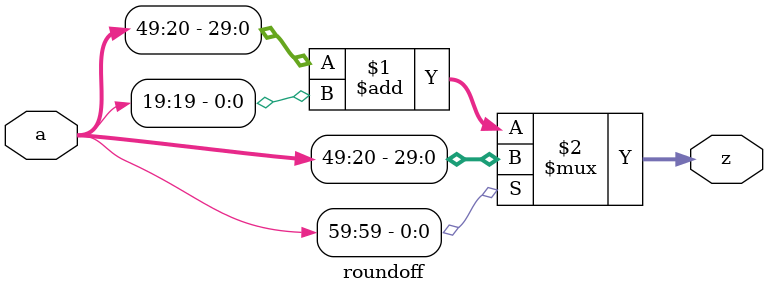
<source format=v>
module roundoff(z,a);
parameter bits=30;
parameter int_bits=bits*2;
input  signed [int_bits-1:0] a;
output signed [bits-1:0] z;
assign z=a[int_bits-1]?a[49:20]:(a[49:20]+a[19]);
endmodule

</source>
